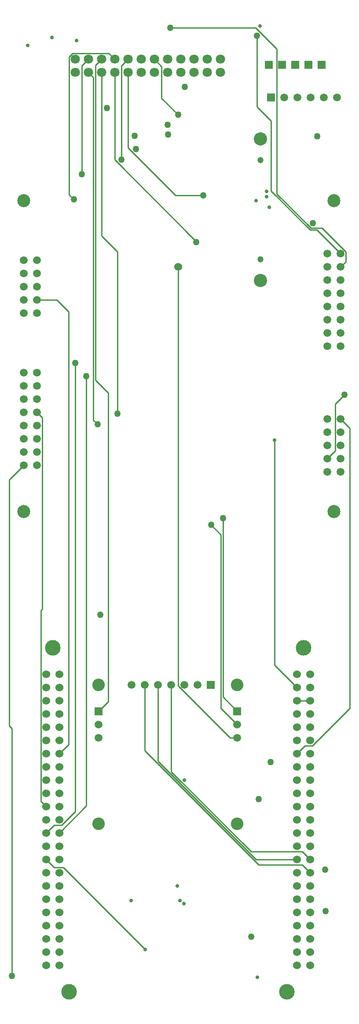
<source format=gbr>
G04 Layer_Physical_Order=5*
G04 Layer_Color=16440176*
%FSLAX26Y26*%
%MOIN*%
%TF.FileFunction,Copper,L5,Inr,Signal*%
%TF.Part,Single*%
G01*
G75*
%TA.AperFunction,Conductor*%
%ADD20C,0.010000*%
%TA.AperFunction,ComponentPad*%
%ADD21C,0.059055*%
%ADD22R,0.059055X0.059055*%
%ADD23C,0.100000*%
%ADD24C,0.047000*%
%ADD25C,0.070866*%
%ADD26C,0.060000*%
%ADD27C,0.118110*%
%ADD28R,0.059055X0.059055*%
%ADD29R,0.060000X0.060000*%
%TA.AperFunction,ViaPad*%
%ADD30C,0.060000*%
%TA.AperFunction,WasherPad*%
%ADD31C,0.098425*%
%ADD32C,0.095000*%
%TA.AperFunction,ViaPad*%
%ADD33C,0.050000*%
%ADD34C,0.027559*%
D20*
X-720481Y6988311D02*
X-615000Y6882831D01*
X-615000Y6354789D02*
X-615000Y6882831D01*
X-615000Y6354789D02*
X-318711Y6058500D01*
X-1798000Y6589003D02*
X-1179948Y5970951D01*
X-1179948Y5964948D02*
X-1179948Y5970951D01*
X-1943433Y4922678D02*
X-1848000Y4827245D01*
X-1848000Y2492029D02*
X-1848000Y4827245D01*
X-1919851Y2420178D02*
X-1848000Y2492029D01*
X-18000Y2443432D02*
X-18000Y4558500D01*
X-2258000Y1240000D02*
X-2188000Y1240000D01*
X-1568000Y620000D01*
X-2318000Y1300000D02*
X-2258000Y1240000D01*
X-2388000Y5528500D02*
X-2236500Y5528500D01*
X-2148000Y5440000D01*
X-2148000Y2170000D02*
X-2148000Y5440000D01*
X-2218000Y2100000D02*
X-2148000Y2170000D01*
X-358000Y2160000D02*
X-301432Y2160000D01*
X-88000Y4628500D02*
X-18000Y4558500D01*
X-420481Y2097519D02*
X-358000Y2160000D01*
X-420481Y2097336D02*
X-420481Y2097519D01*
X-301432Y2160000D02*
X-18000Y2443432D01*
X-127528Y4388972D02*
X-127528Y4743972D01*
X-188000Y4328500D02*
X-127528Y4388972D01*
X-127528Y4743972D02*
X-58000Y4813500D01*
X-2013000Y1705000D02*
X-2013000Y4953500D01*
X-2201432Y1560000D02*
X-2098000Y1663431D01*
X-2312000Y1506000D02*
X-2258000Y1560000D01*
X-2201432Y1560000D01*
X-2098000Y1663431D02*
X-2098000Y5053500D01*
X-2212000Y1506000D02*
X-2013000Y1705000D01*
X-2218000Y1506000D02*
X-2212000Y1506000D01*
X-1068000Y3828500D02*
X-1068000Y3828500D01*
X-88000Y5778500D02*
X-48472Y5818028D01*
X-318711Y6058500D02*
X-268000Y6058500D01*
X-227100Y6073500D02*
X-48472Y5894873D01*
X-312497Y6073500D02*
X-227100Y6073500D01*
X-570481Y6331483D02*
X-312497Y6073500D01*
X-1748000Y6588500D02*
X-1748000Y7298500D01*
X-588000Y2770000D02*
X-418575Y2600575D01*
X-1068000Y3828500D02*
X-993000Y3753500D01*
X-1998000Y7248500D02*
X-1961004Y7211504D01*
X-1961004Y4621504D02*
X-1928000Y4588500D01*
X-993000Y2443327D02*
X-993000Y3753500D01*
X-1961004Y4621504D02*
X-1961004Y7211504D01*
X-1898000Y6012354D02*
X-1778000Y5892354D01*
X-1778000Y4668500D02*
X-1778000Y5892354D01*
X-978000Y2528327D02*
X-978000Y3868500D01*
X-925751Y2220178D02*
X-869851Y2220178D01*
X-1318000Y2612426D02*
X-925751Y2220178D01*
X-1318000Y2612426D02*
X-1318000Y5778500D01*
X-1748000Y7298500D02*
X-1698000Y7348500D01*
X-1498000Y7348500D02*
X-1443433Y7293933D01*
X-1443433Y7053933D02*
X-1318000Y6928500D01*
X-1443433Y7053933D02*
X-1443433Y7293933D01*
X-2048000Y6478500D02*
X-2048000Y7298500D01*
X-1798000Y6589003D02*
X-1798000Y7248500D01*
X-1698000Y6679003D02*
X-1337497Y6318500D01*
X-1128000Y6318500D01*
X-1698000Y6679003D02*
X-1698000Y7248500D01*
X-2048000Y7298500D02*
X-1998000Y7348500D01*
X-993000Y2443327D02*
X-869851Y2320178D01*
X-978000Y2528327D02*
X-869851Y2420178D01*
X-1943433Y7303067D02*
X-1898000Y7348500D01*
X-1898000Y6012354D02*
X-1898000Y7248500D01*
X-1943433Y4922678D02*
X-1943433Y7303067D01*
X-2143433Y6323933D02*
X-2108000Y6288500D01*
X-2143433Y6323933D02*
X-2143433Y7367319D01*
X-2116819Y7393933D01*
X-1843433Y7393933D01*
X-1798000Y7348500D01*
X-731307Y7587500D02*
X-570481Y7426674D01*
X-720481Y6988311D02*
X-720481Y7527176D01*
X-268000Y6058500D02*
X-88000Y5878500D01*
X-1378000Y7587500D02*
X-731307Y7587500D01*
X-48472Y5818028D02*
X-48472Y5894873D01*
X-2596425Y2308912D02*
X-2596425Y4170075D01*
X-2488000Y4278500D01*
X-420481Y2497336D02*
X-417817Y2500000D01*
X-323146Y2500000D02*
X-320481Y2497336D01*
X-417817Y2500000D02*
X-323146Y2500000D01*
X-2348472Y3194378D02*
X-2348472Y4638972D01*
X-2388000Y4678500D02*
X-2348472Y4638972D01*
X-2358000Y1740000D02*
X-2320481Y1702481D01*
X-378000Y1360000D02*
X-320481Y1302481D01*
X-765129Y1360000D02*
X-378000Y1360000D01*
X-1369851Y1964722D02*
X-765129Y1360000D01*
X-1469851Y2043508D02*
X-726343Y1300000D01*
X-423146Y1300000D01*
X-420481Y1297336D01*
X-378000Y1260000D02*
X-320481Y1202481D01*
X-1569851Y2122295D02*
X-707556Y1260000D01*
X-320481Y1197336D02*
X-320481Y1202481D01*
X-320481Y1297336D02*
X-320481Y1302481D01*
X-707556Y1260000D02*
X-378000Y1260000D01*
X-2320481Y1697336D02*
X-2320481Y1702481D01*
X-2358000Y3184850D02*
X-2348472Y3194378D01*
X-2358000Y1740000D02*
X-2358000Y3184850D01*
X-418575Y2599500D02*
X-418575Y2600575D01*
X-1369851Y1964722D02*
X-1369851Y2620178D01*
X-1469851Y2043508D02*
X-1469851Y2620178D01*
X-1569851Y2122295D02*
X-1569851Y2620178D01*
X-2578000Y418500D02*
X-2578000Y2290487D01*
X-2596425Y2308912D02*
X-2578000Y2290487D01*
X-2318000Y1506000D02*
X-2312000Y1506000D01*
X-588000Y2770000D02*
X-588000Y4468500D01*
X-570481Y6331483D02*
X-570481Y7426674D01*
D21*
X-869851Y2220178D02*
D03*
X-869851Y2320178D02*
D03*
X-1919851Y2220178D02*
D03*
X-1919851Y2320178D02*
D03*
X-188000Y4228500D02*
D03*
X-188000Y4328500D02*
D03*
X-188000Y4428500D02*
D03*
X-188000Y4528500D02*
D03*
X-188000Y4628500D02*
D03*
X-88000Y4228500D02*
D03*
X-88000Y4328500D02*
D03*
X-88000Y4428500D02*
D03*
X-88000Y4528500D02*
D03*
X-88000Y4628500D02*
D03*
X-116001Y7061500D02*
D03*
X-216001Y7061500D02*
D03*
X-316001Y7061500D02*
D03*
X-416001Y7061500D02*
D03*
X-516001Y7061500D02*
D03*
X-2488000Y5428500D02*
D03*
X-2488000Y5528500D02*
D03*
X-2488000Y5628500D02*
D03*
X-2488000Y5728500D02*
D03*
X-2488000Y5828500D02*
D03*
X-2388000Y5428500D02*
D03*
X-2388000Y5528500D02*
D03*
X-2388000Y5628500D02*
D03*
X-2388000Y5728500D02*
D03*
X-2388000Y5828500D02*
D03*
X-2388000Y4278500D02*
D03*
X-2388000Y4378500D02*
D03*
X-2388000Y4478500D02*
D03*
X-2488000Y4278500D02*
D03*
X-2488000Y4378500D02*
D03*
X-2488000Y4478500D02*
D03*
X-2388000Y4578500D02*
D03*
X-2388000Y4678500D02*
D03*
X-2388000Y4778500D02*
D03*
X-2388000Y4878500D02*
D03*
X-2388000Y4978500D02*
D03*
X-2488000Y4578500D02*
D03*
X-2488000Y4678500D02*
D03*
X-2488000Y4778500D02*
D03*
X-2488000Y4878500D02*
D03*
X-2488000Y4978500D02*
D03*
X-88000Y5178500D02*
D03*
X-88000Y5278500D02*
D03*
X-88000Y5378500D02*
D03*
X-188000Y5178500D02*
D03*
X-188000Y5278500D02*
D03*
X-188000Y5378500D02*
D03*
X-88000Y5478500D02*
D03*
X-88000Y5578500D02*
D03*
X-88000Y5678500D02*
D03*
X-88000Y5778500D02*
D03*
X-88000Y5878500D02*
D03*
X-188000Y5478500D02*
D03*
X-188000Y5578500D02*
D03*
X-188000Y5678500D02*
D03*
X-188000Y5778500D02*
D03*
X-188000Y5878500D02*
D03*
X-1269851Y2620178D02*
D03*
X-1169851Y2620178D02*
D03*
X-1369851Y2620178D02*
D03*
X-1469851Y2620178D02*
D03*
X-1569851Y2620178D02*
D03*
X-1669851Y2620178D02*
D03*
D22*
X-869851Y2420178D02*
D03*
X-1919851Y2420178D02*
D03*
D23*
X-693803Y5675260D02*
D03*
X-693803Y6747660D02*
D03*
D24*
X-693803Y6585760D02*
D03*
X-695403Y5837160D02*
D03*
D25*
X-1098000Y7248500D02*
D03*
X-1098000Y7348500D02*
D03*
X-1198000Y7348500D02*
D03*
X-1298000Y7348500D02*
D03*
X-1398000Y7348500D02*
D03*
X-1498000Y7348500D02*
D03*
X-1598000Y7348500D02*
D03*
X-1698000Y7348500D02*
D03*
X-1798000Y7348500D02*
D03*
X-1898000Y7348500D02*
D03*
X-1998000Y7348500D02*
D03*
X-2098000Y7348500D02*
D03*
X-1198000Y7248500D02*
D03*
X-1298000Y7248500D02*
D03*
X-1398000Y7248500D02*
D03*
X-1498000Y7248500D02*
D03*
X-1598000Y7248500D02*
D03*
X-1698000Y7248500D02*
D03*
X-1798000Y7248500D02*
D03*
X-1898000Y7248500D02*
D03*
X-1998000Y7248500D02*
D03*
X-2098000Y7248500D02*
D03*
X-998000Y7348500D02*
D03*
X-998000Y7248500D02*
D03*
D26*
X-2318000Y2700000D02*
D03*
X-418000Y500000D02*
D03*
X-418000Y600000D02*
D03*
X-418000Y700000D02*
D03*
X-418000Y800000D02*
D03*
X-418000Y900000D02*
D03*
X-418000Y1000000D02*
D03*
X-418000Y1100000D02*
D03*
X-418000Y1200000D02*
D03*
X-418000Y1300000D02*
D03*
X-418000Y1400000D02*
D03*
X-418000Y1500000D02*
D03*
X-418000Y1600000D02*
D03*
X-418000Y1700000D02*
D03*
X-418000Y1800000D02*
D03*
X-418000Y1900000D02*
D03*
X-418000Y2000000D02*
D03*
X-418000Y2100000D02*
D03*
X-418000Y2200000D02*
D03*
X-418000Y2300000D02*
D03*
X-418000Y2400000D02*
D03*
X-418000Y2500000D02*
D03*
X-418000Y2600000D02*
D03*
X-318000Y500000D02*
D03*
X-318000Y600000D02*
D03*
X-318000Y700000D02*
D03*
X-318000Y800000D02*
D03*
X-318000Y900000D02*
D03*
X-318000Y1000000D02*
D03*
X-318000Y1100000D02*
D03*
X-318000Y1200000D02*
D03*
X-318000Y1300000D02*
D03*
X-318000Y1400000D02*
D03*
X-318000Y1500000D02*
D03*
X-318000Y1600000D02*
D03*
X-318000Y1700000D02*
D03*
X-318000Y1800000D02*
D03*
X-318000Y1900000D02*
D03*
X-318000Y2000000D02*
D03*
X-318000Y2100000D02*
D03*
X-318000Y2200000D02*
D03*
X-318000Y2300000D02*
D03*
X-318000Y2400000D02*
D03*
X-318000Y2500000D02*
D03*
X-318000Y2600000D02*
D03*
X-318000Y2700000D02*
D03*
X-418000Y2700000D02*
D03*
X-2318000Y500000D02*
D03*
X-2318000Y600000D02*
D03*
X-2318000Y700000D02*
D03*
X-2318000Y800000D02*
D03*
X-2318000Y900000D02*
D03*
X-2318000Y1000000D02*
D03*
X-2318000Y1100000D02*
D03*
X-2318000Y1200000D02*
D03*
X-2318000Y1300000D02*
D03*
X-2318000Y1400000D02*
D03*
X-2318000Y1500000D02*
D03*
X-2318000Y1600000D02*
D03*
X-2318000Y1700000D02*
D03*
X-2318000Y1800000D02*
D03*
X-2318000Y1900000D02*
D03*
X-2318000Y2000000D02*
D03*
X-2318000Y2100000D02*
D03*
X-2318000Y2200000D02*
D03*
X-2318000Y2300000D02*
D03*
X-2318000Y2400000D02*
D03*
X-2318000Y2500000D02*
D03*
X-2318000Y2600000D02*
D03*
X-2218000Y500000D02*
D03*
X-2218000Y600000D02*
D03*
X-2218000Y700000D02*
D03*
X-2218000Y800000D02*
D03*
X-2218000Y900000D02*
D03*
X-2218000Y1000000D02*
D03*
X-2218000Y1100000D02*
D03*
X-2218000Y1200000D02*
D03*
X-2218000Y1300000D02*
D03*
X-2218000Y1400000D02*
D03*
X-2218000Y1500000D02*
D03*
X-2218000Y1600000D02*
D03*
X-2218000Y1700000D02*
D03*
X-2218000Y1800000D02*
D03*
X-2218000Y1900000D02*
D03*
X-2218000Y2000000D02*
D03*
X-2218000Y2100000D02*
D03*
X-2218000Y2200000D02*
D03*
X-2218000Y2300000D02*
D03*
X-2218000Y2400000D02*
D03*
X-2218000Y2500000D02*
D03*
X-2218000Y2600000D02*
D03*
X-2218000Y2700000D02*
D03*
D27*
X-2143000Y300000D02*
D03*
X-493000Y300000D02*
D03*
X-368000Y2900000D02*
D03*
X-2268000Y2900000D02*
D03*
D28*
X-616001Y7061500D02*
D03*
X-1069851Y2620178D02*
D03*
D29*
X-330481Y7307176D02*
D03*
X-430481Y7307176D02*
D03*
X-530481Y7307176D02*
D03*
X-630481Y7307176D02*
D03*
X-230481Y7307176D02*
D03*
D30*
X-1318000Y5778500D02*
D03*
D31*
X-2488000Y6278500D02*
D03*
X-2488000Y3928500D02*
D03*
X-138000Y6278500D02*
D03*
X-138000Y3928500D02*
D03*
D32*
X-1919851Y1570178D02*
D03*
X-869851Y2620178D02*
D03*
X-869851Y1570178D02*
D03*
X-1919851Y2620178D02*
D03*
D33*
X-1179948Y5964948D02*
D03*
X-763000Y715000D02*
D03*
X-708000Y1755000D02*
D03*
X-618000Y2035000D02*
D03*
X-1748000Y6588500D02*
D03*
X-1858000Y6978500D02*
D03*
X-978000Y3878500D02*
D03*
X-1778000Y4668500D02*
D03*
X-1068000Y3828500D02*
D03*
X-1928000Y4588500D02*
D03*
X-1908000Y3148500D02*
D03*
X-1268000Y7138500D02*
D03*
X-1318000Y6928500D02*
D03*
X-2048000Y6478500D02*
D03*
X-1128000Y6318500D02*
D03*
X-2108000Y6288500D02*
D03*
X-1378000Y7587500D02*
D03*
X-720481Y7527176D02*
D03*
X-265481Y6767176D02*
D03*
X-58000Y4813500D02*
D03*
X-2578000Y418500D02*
D03*
X-205614Y1223272D02*
D03*
X-201677Y908311D02*
D03*
X-1398000Y6853500D02*
D03*
X-1393000Y6778500D02*
D03*
X-298000Y6108500D02*
D03*
X-1648000Y6771500D02*
D03*
X-2013000Y4953500D02*
D03*
X-2098000Y5053500D02*
D03*
X-1638000Y6668500D02*
D03*
D34*
X-1568000Y620000D02*
D03*
X-718000Y410000D02*
D03*
X-1271000Y1899500D02*
D03*
X-698000Y7600000D02*
D03*
X-588000Y4468500D02*
D03*
X-648000Y6348500D02*
D03*
X-2273000Y7513500D02*
D03*
X-1273000Y965500D02*
D03*
X-1323724Y1101224D02*
D03*
X-1674118Y990988D02*
D03*
X-1304039Y990988D02*
D03*
X-648000Y6308500D02*
D03*
X-728000Y6278500D02*
D03*
X-628000Y6228500D02*
D03*
X-2458000Y7453500D02*
D03*
X-2088000Y7488500D02*
D03*
%TF.MD5,adf69f12e091ac4338d1fc106bb63655*%
M02*

</source>
